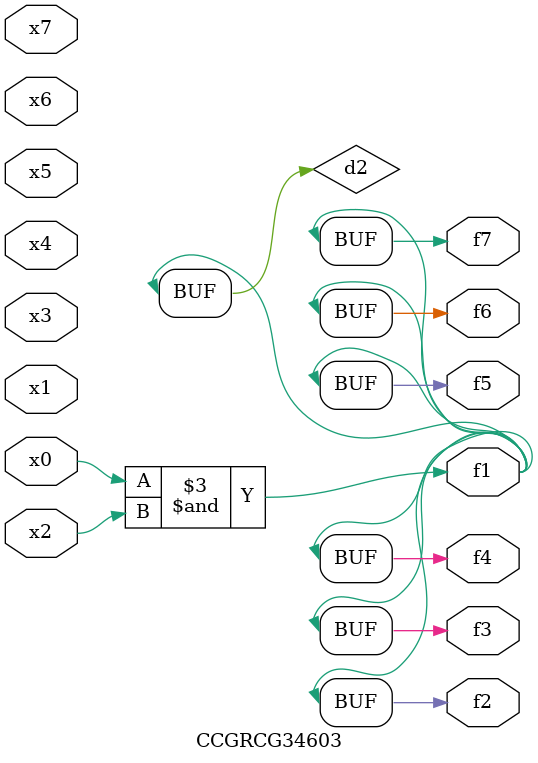
<source format=v>
module CCGRCG34603(
	input x0, x1, x2, x3, x4, x5, x6, x7,
	output f1, f2, f3, f4, f5, f6, f7
);

	wire d1, d2;

	nor (d1, x3, x6);
	and (d2, x0, x2);
	assign f1 = d2;
	assign f2 = d2;
	assign f3 = d2;
	assign f4 = d2;
	assign f5 = d2;
	assign f6 = d2;
	assign f7 = d2;
endmodule

</source>
